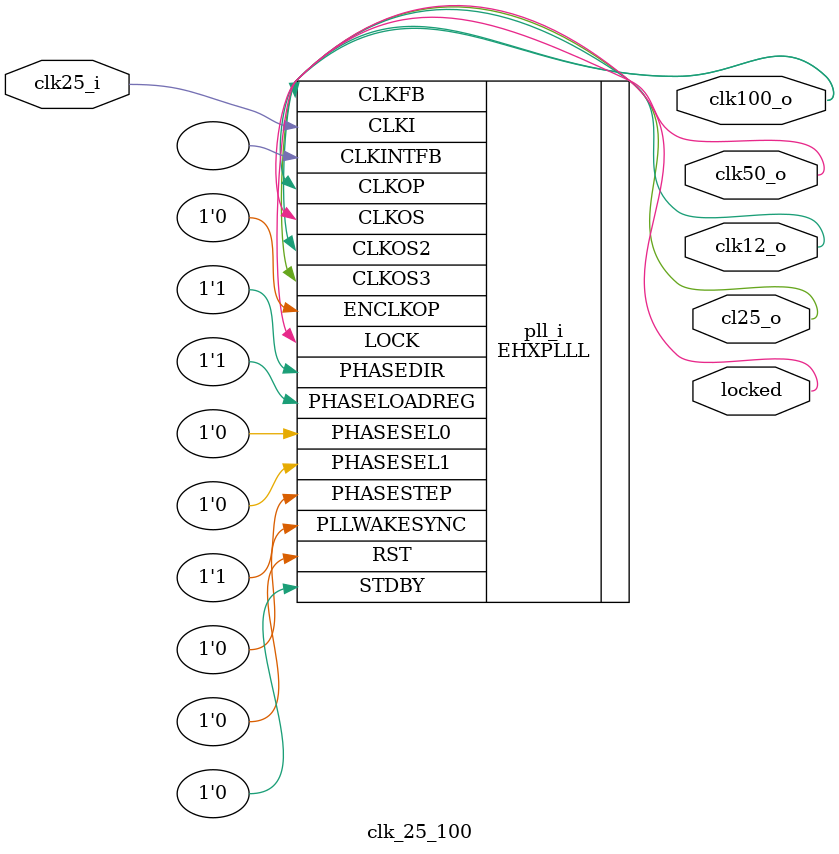
<source format=v>
module clk_25_100
(
    input clk25_i, // 25 MHz, 0 deg
    output clk100_o, // 100 MHz, 0 deg
    output clk50_o, // 50 MHz, 0 deg
    output clk12_o, // 12.5 MHz, 0 deg
    output cl25_o, // 25 MHz, 0 deg
    output locked
);
(* FREQUENCY_PIN_CLKI="25" *)
(* FREQUENCY_PIN_CLKOP="100" *)
(* FREQUENCY_PIN_CLKOS="50" *)
(* FREQUENCY_PIN_CLKOS2="12.5" *)
(* FREQUENCY_PIN_CLKOS3="25" *)
(* ICP_CURRENT="12" *) (* LPF_RESISTOR="8" *) (* MFG_ENABLE_FILTEROPAMP="1" *) (* MFG_GMCREF_SEL="2" *)
EHXPLLL #(
        .PLLRST_ENA("DISABLED"),
        .INTFB_WAKE("DISABLED"),
        .STDBY_ENABLE("DISABLED"),
        .DPHASE_SOURCE("DISABLED"),
        .OUTDIVIDER_MUXA("DIVA"),
        .OUTDIVIDER_MUXB("DIVB"),
        .OUTDIVIDER_MUXC("DIVC"),
        .OUTDIVIDER_MUXD("DIVD"),
        .CLKI_DIV(1),
        .CLKOP_ENABLE("ENABLED"),
        .CLKOP_DIV(6),
        .CLKOP_CPHASE(2),
        .CLKOP_FPHASE(0),
        .CLKOS_ENABLE("ENABLED"),
        .CLKOS_DIV(12),
        .CLKOS_CPHASE(2),
        .CLKOS_FPHASE(0),
        .CLKOS2_ENABLE("ENABLED"),
        .CLKOS2_DIV(48),
        .CLKOS2_CPHASE(2),
        .CLKOS2_FPHASE(0),
        .CLKOS3_ENABLE("ENABLED"),
        .CLKOS3_DIV(24),
        .CLKOS3_CPHASE(2),
        .CLKOS3_FPHASE(0),
        .FEEDBK_PATH("CLKOP"),
        .CLKFB_DIV(4)
    ) pll_i (
        .RST(1'b0),
        .STDBY(1'b0),
        .CLKI(clk25_i),
        .CLKOP(clk100_o),
        .CLKOS(clk50_o),
        .CLKOS2(clk12_o),
        .CLKOS3(cl25_o),
        .CLKFB(clk100_o),
        .CLKINTFB(),
        .PHASESEL0(1'b0),
        .PHASESEL1(1'b0),
        .PHASEDIR(1'b1),
        .PHASESTEP(1'b1),
        .PHASELOADREG(1'b1),
        .PLLWAKESYNC(1'b0),
        .ENCLKOP(1'b0),
        .LOCK(locked)
	);
endmodule

</source>
